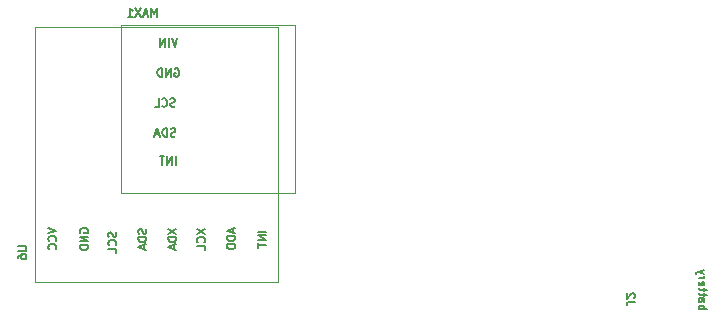
<source format=gbo>
%TF.GenerationSoftware,KiCad,Pcbnew,7.0.10*%
%TF.CreationDate,2024-08-15T14:25:41+05:30*%
%TF.ProjectId,Watch,57617463-682e-46b6-9963-61645f706362,rev?*%
%TF.SameCoordinates,Original*%
%TF.FileFunction,Legend,Bot*%
%TF.FilePolarity,Positive*%
%FSLAX46Y46*%
G04 Gerber Fmt 4.6, Leading zero omitted, Abs format (unit mm)*
G04 Created by KiCad (PCBNEW 7.0.10) date 2024-08-15 14:25:41*
%MOMM*%
%LPD*%
G01*
G04 APERTURE LIST*
%ADD10C,0.160000*%
%ADD11C,0.120000*%
G04 APERTURE END LIST*
D10*
X159704486Y-119251999D02*
X160404486Y-119251999D01*
X160137820Y-119251999D02*
X160171153Y-119185332D01*
X160171153Y-119185332D02*
X160171153Y-119051999D01*
X160171153Y-119051999D02*
X160137820Y-118985332D01*
X160137820Y-118985332D02*
X160104486Y-118951999D01*
X160104486Y-118951999D02*
X160037820Y-118918666D01*
X160037820Y-118918666D02*
X159837820Y-118918666D01*
X159837820Y-118918666D02*
X159771153Y-118951999D01*
X159771153Y-118951999D02*
X159737820Y-118985332D01*
X159737820Y-118985332D02*
X159704486Y-119051999D01*
X159704486Y-119051999D02*
X159704486Y-119185332D01*
X159704486Y-119185332D02*
X159737820Y-119251999D01*
X159704486Y-118318666D02*
X160071153Y-118318666D01*
X160071153Y-118318666D02*
X160137820Y-118351999D01*
X160137820Y-118351999D02*
X160171153Y-118418666D01*
X160171153Y-118418666D02*
X160171153Y-118551999D01*
X160171153Y-118551999D02*
X160137820Y-118618666D01*
X159737820Y-118318666D02*
X159704486Y-118385333D01*
X159704486Y-118385333D02*
X159704486Y-118551999D01*
X159704486Y-118551999D02*
X159737820Y-118618666D01*
X159737820Y-118618666D02*
X159804486Y-118651999D01*
X159804486Y-118651999D02*
X159871153Y-118651999D01*
X159871153Y-118651999D02*
X159937820Y-118618666D01*
X159937820Y-118618666D02*
X159971153Y-118551999D01*
X159971153Y-118551999D02*
X159971153Y-118385333D01*
X159971153Y-118385333D02*
X160004486Y-118318666D01*
X160171153Y-118085333D02*
X160171153Y-117818666D01*
X160404486Y-117985333D02*
X159804486Y-117985333D01*
X159804486Y-117985333D02*
X159737820Y-117952000D01*
X159737820Y-117952000D02*
X159704486Y-117885333D01*
X159704486Y-117885333D02*
X159704486Y-117818666D01*
X160171153Y-117685333D02*
X160171153Y-117418666D01*
X160404486Y-117585333D02*
X159804486Y-117585333D01*
X159804486Y-117585333D02*
X159737820Y-117552000D01*
X159737820Y-117552000D02*
X159704486Y-117485333D01*
X159704486Y-117485333D02*
X159704486Y-117418666D01*
X159737820Y-116918666D02*
X159704486Y-116985333D01*
X159704486Y-116985333D02*
X159704486Y-117118666D01*
X159704486Y-117118666D02*
X159737820Y-117185333D01*
X159737820Y-117185333D02*
X159804486Y-117218666D01*
X159804486Y-117218666D02*
X160071153Y-117218666D01*
X160071153Y-117218666D02*
X160137820Y-117185333D01*
X160137820Y-117185333D02*
X160171153Y-117118666D01*
X160171153Y-117118666D02*
X160171153Y-116985333D01*
X160171153Y-116985333D02*
X160137820Y-116918666D01*
X160137820Y-116918666D02*
X160071153Y-116885333D01*
X160071153Y-116885333D02*
X160004486Y-116885333D01*
X160004486Y-116885333D02*
X159937820Y-117218666D01*
X159704486Y-116585333D02*
X160171153Y-116585333D01*
X160037820Y-116585333D02*
X160104486Y-116552000D01*
X160104486Y-116552000D02*
X160137820Y-116518666D01*
X160137820Y-116518666D02*
X160171153Y-116452000D01*
X160171153Y-116452000D02*
X160171153Y-116385333D01*
X160171153Y-116218667D02*
X159704486Y-116052000D01*
X160171153Y-115885333D02*
X159704486Y-116052000D01*
X159704486Y-116052000D02*
X159537820Y-116118667D01*
X159537820Y-116118667D02*
X159504486Y-116152000D01*
X159504486Y-116152000D02*
X159471153Y-116218667D01*
X102104513Y-113893666D02*
X102671180Y-113893666D01*
X102671180Y-113893666D02*
X102737846Y-113927000D01*
X102737846Y-113927000D02*
X102771180Y-113960333D01*
X102771180Y-113960333D02*
X102804513Y-114027000D01*
X102804513Y-114027000D02*
X102804513Y-114160333D01*
X102804513Y-114160333D02*
X102771180Y-114227000D01*
X102771180Y-114227000D02*
X102737846Y-114260333D01*
X102737846Y-114260333D02*
X102671180Y-114293666D01*
X102671180Y-114293666D02*
X102104513Y-114293666D01*
X102104513Y-114926999D02*
X102104513Y-114793666D01*
X102104513Y-114793666D02*
X102137846Y-114726999D01*
X102137846Y-114726999D02*
X102171180Y-114693666D01*
X102171180Y-114693666D02*
X102271180Y-114626999D01*
X102271180Y-114626999D02*
X102404513Y-114593666D01*
X102404513Y-114593666D02*
X102671180Y-114593666D01*
X102671180Y-114593666D02*
X102737846Y-114626999D01*
X102737846Y-114626999D02*
X102771180Y-114660333D01*
X102771180Y-114660333D02*
X102804513Y-114726999D01*
X102804513Y-114726999D02*
X102804513Y-114860333D01*
X102804513Y-114860333D02*
X102771180Y-114926999D01*
X102771180Y-114926999D02*
X102737846Y-114960333D01*
X102737846Y-114960333D02*
X102671180Y-114993666D01*
X102671180Y-114993666D02*
X102504513Y-114993666D01*
X102504513Y-114993666D02*
X102437846Y-114960333D01*
X102437846Y-114960333D02*
X102404513Y-114926999D01*
X102404513Y-114926999D02*
X102371180Y-114860333D01*
X102371180Y-114860333D02*
X102371180Y-114726999D01*
X102371180Y-114726999D02*
X102404513Y-114660333D01*
X102404513Y-114660333D02*
X102437846Y-114626999D01*
X102437846Y-114626999D02*
X102504513Y-114593666D01*
X123124513Y-112650667D02*
X122424513Y-112650667D01*
X123124513Y-112984000D02*
X122424513Y-112984000D01*
X122424513Y-112984000D02*
X123124513Y-113384000D01*
X123124513Y-113384000D02*
X122424513Y-113384000D01*
X122424513Y-113617333D02*
X122424513Y-114017333D01*
X123124513Y-113817333D02*
X122424513Y-113817333D01*
X107344846Y-112750667D02*
X107311513Y-112684000D01*
X107311513Y-112684000D02*
X107311513Y-112584000D01*
X107311513Y-112584000D02*
X107344846Y-112484000D01*
X107344846Y-112484000D02*
X107411513Y-112417334D01*
X107411513Y-112417334D02*
X107478180Y-112384000D01*
X107478180Y-112384000D02*
X107611513Y-112350667D01*
X107611513Y-112350667D02*
X107711513Y-112350667D01*
X107711513Y-112350667D02*
X107844846Y-112384000D01*
X107844846Y-112384000D02*
X107911513Y-112417334D01*
X107911513Y-112417334D02*
X107978180Y-112484000D01*
X107978180Y-112484000D02*
X108011513Y-112584000D01*
X108011513Y-112584000D02*
X108011513Y-112650667D01*
X108011513Y-112650667D02*
X107978180Y-112750667D01*
X107978180Y-112750667D02*
X107944846Y-112784000D01*
X107944846Y-112784000D02*
X107711513Y-112784000D01*
X107711513Y-112784000D02*
X107711513Y-112650667D01*
X108011513Y-113084000D02*
X107311513Y-113084000D01*
X107311513Y-113084000D02*
X108011513Y-113484000D01*
X108011513Y-113484000D02*
X107311513Y-113484000D01*
X108011513Y-113817333D02*
X107311513Y-113817333D01*
X107311513Y-113817333D02*
X107311513Y-113984000D01*
X107311513Y-113984000D02*
X107344846Y-114084000D01*
X107344846Y-114084000D02*
X107411513Y-114150667D01*
X107411513Y-114150667D02*
X107478180Y-114184000D01*
X107478180Y-114184000D02*
X107611513Y-114217333D01*
X107611513Y-114217333D02*
X107711513Y-114217333D01*
X107711513Y-114217333D02*
X107844846Y-114184000D01*
X107844846Y-114184000D02*
X107911513Y-114150667D01*
X107911513Y-114150667D02*
X107978180Y-114084000D01*
X107978180Y-114084000D02*
X108011513Y-113984000D01*
X108011513Y-113984000D02*
X108011513Y-113817333D01*
X117217513Y-112417333D02*
X117917513Y-112883999D01*
X117217513Y-112883999D02*
X117917513Y-112417333D01*
X117850846Y-113550666D02*
X117884180Y-113517333D01*
X117884180Y-113517333D02*
X117917513Y-113417333D01*
X117917513Y-113417333D02*
X117917513Y-113350666D01*
X117917513Y-113350666D02*
X117884180Y-113250666D01*
X117884180Y-113250666D02*
X117817513Y-113184000D01*
X117817513Y-113184000D02*
X117750846Y-113150666D01*
X117750846Y-113150666D02*
X117617513Y-113117333D01*
X117617513Y-113117333D02*
X117517513Y-113117333D01*
X117517513Y-113117333D02*
X117384180Y-113150666D01*
X117384180Y-113150666D02*
X117317513Y-113184000D01*
X117317513Y-113184000D02*
X117250846Y-113250666D01*
X117250846Y-113250666D02*
X117217513Y-113350666D01*
X117217513Y-113350666D02*
X117217513Y-113417333D01*
X117217513Y-113417333D02*
X117250846Y-113517333D01*
X117250846Y-113517333D02*
X117284180Y-113550666D01*
X117917513Y-114184000D02*
X117917513Y-113850666D01*
X117917513Y-113850666D02*
X117217513Y-113850666D01*
X104644513Y-112350666D02*
X105344513Y-112584000D01*
X105344513Y-112584000D02*
X104644513Y-112817333D01*
X105277846Y-113450666D02*
X105311180Y-113417333D01*
X105311180Y-113417333D02*
X105344513Y-113317333D01*
X105344513Y-113317333D02*
X105344513Y-113250666D01*
X105344513Y-113250666D02*
X105311180Y-113150666D01*
X105311180Y-113150666D02*
X105244513Y-113084000D01*
X105244513Y-113084000D02*
X105177846Y-113050666D01*
X105177846Y-113050666D02*
X105044513Y-113017333D01*
X105044513Y-113017333D02*
X104944513Y-113017333D01*
X104944513Y-113017333D02*
X104811180Y-113050666D01*
X104811180Y-113050666D02*
X104744513Y-113084000D01*
X104744513Y-113084000D02*
X104677846Y-113150666D01*
X104677846Y-113150666D02*
X104644513Y-113250666D01*
X104644513Y-113250666D02*
X104644513Y-113317333D01*
X104644513Y-113317333D02*
X104677846Y-113417333D01*
X104677846Y-113417333D02*
X104711180Y-113450666D01*
X105277846Y-114150666D02*
X105311180Y-114117333D01*
X105311180Y-114117333D02*
X105344513Y-114017333D01*
X105344513Y-114017333D02*
X105344513Y-113950666D01*
X105344513Y-113950666D02*
X105311180Y-113850666D01*
X105311180Y-113850666D02*
X105244513Y-113784000D01*
X105244513Y-113784000D02*
X105177846Y-113750666D01*
X105177846Y-113750666D02*
X105044513Y-113717333D01*
X105044513Y-113717333D02*
X104944513Y-113717333D01*
X104944513Y-113717333D02*
X104811180Y-113750666D01*
X104811180Y-113750666D02*
X104744513Y-113784000D01*
X104744513Y-113784000D02*
X104677846Y-113850666D01*
X104677846Y-113850666D02*
X104644513Y-113950666D01*
X104644513Y-113950666D02*
X104644513Y-114017333D01*
X104644513Y-114017333D02*
X104677846Y-114117333D01*
X104677846Y-114117333D02*
X104711180Y-114150666D01*
X120257513Y-112417333D02*
X120257513Y-112750666D01*
X120457513Y-112350666D02*
X119757513Y-112584000D01*
X119757513Y-112584000D02*
X120457513Y-112817333D01*
X120457513Y-113050666D02*
X119757513Y-113050666D01*
X119757513Y-113050666D02*
X119757513Y-113217333D01*
X119757513Y-113217333D02*
X119790846Y-113317333D01*
X119790846Y-113317333D02*
X119857513Y-113384000D01*
X119857513Y-113384000D02*
X119924180Y-113417333D01*
X119924180Y-113417333D02*
X120057513Y-113450666D01*
X120057513Y-113450666D02*
X120157513Y-113450666D01*
X120157513Y-113450666D02*
X120290846Y-113417333D01*
X120290846Y-113417333D02*
X120357513Y-113384000D01*
X120357513Y-113384000D02*
X120424180Y-113317333D01*
X120424180Y-113317333D02*
X120457513Y-113217333D01*
X120457513Y-113217333D02*
X120457513Y-113050666D01*
X120457513Y-113750666D02*
X119757513Y-113750666D01*
X119757513Y-113750666D02*
X119757513Y-113917333D01*
X119757513Y-113917333D02*
X119790846Y-114017333D01*
X119790846Y-114017333D02*
X119857513Y-114084000D01*
X119857513Y-114084000D02*
X119924180Y-114117333D01*
X119924180Y-114117333D02*
X120057513Y-114150666D01*
X120057513Y-114150666D02*
X120157513Y-114150666D01*
X120157513Y-114150666D02*
X120290846Y-114117333D01*
X120290846Y-114117333D02*
X120357513Y-114084000D01*
X120357513Y-114084000D02*
X120424180Y-114017333D01*
X120424180Y-114017333D02*
X120457513Y-113917333D01*
X120457513Y-113917333D02*
X120457513Y-113750666D01*
X110391180Y-112704666D02*
X110424513Y-112804666D01*
X110424513Y-112804666D02*
X110424513Y-112971333D01*
X110424513Y-112971333D02*
X110391180Y-113037999D01*
X110391180Y-113037999D02*
X110357846Y-113071333D01*
X110357846Y-113071333D02*
X110291180Y-113104666D01*
X110291180Y-113104666D02*
X110224513Y-113104666D01*
X110224513Y-113104666D02*
X110157846Y-113071333D01*
X110157846Y-113071333D02*
X110124513Y-113037999D01*
X110124513Y-113037999D02*
X110091180Y-112971333D01*
X110091180Y-112971333D02*
X110057846Y-112837999D01*
X110057846Y-112837999D02*
X110024513Y-112771333D01*
X110024513Y-112771333D02*
X109991180Y-112737999D01*
X109991180Y-112737999D02*
X109924513Y-112704666D01*
X109924513Y-112704666D02*
X109857846Y-112704666D01*
X109857846Y-112704666D02*
X109791180Y-112737999D01*
X109791180Y-112737999D02*
X109757846Y-112771333D01*
X109757846Y-112771333D02*
X109724513Y-112837999D01*
X109724513Y-112837999D02*
X109724513Y-113004666D01*
X109724513Y-113004666D02*
X109757846Y-113104666D01*
X110357846Y-113804666D02*
X110391180Y-113771333D01*
X110391180Y-113771333D02*
X110424513Y-113671333D01*
X110424513Y-113671333D02*
X110424513Y-113604666D01*
X110424513Y-113604666D02*
X110391180Y-113504666D01*
X110391180Y-113504666D02*
X110324513Y-113438000D01*
X110324513Y-113438000D02*
X110257846Y-113404666D01*
X110257846Y-113404666D02*
X110124513Y-113371333D01*
X110124513Y-113371333D02*
X110024513Y-113371333D01*
X110024513Y-113371333D02*
X109891180Y-113404666D01*
X109891180Y-113404666D02*
X109824513Y-113438000D01*
X109824513Y-113438000D02*
X109757846Y-113504666D01*
X109757846Y-113504666D02*
X109724513Y-113604666D01*
X109724513Y-113604666D02*
X109724513Y-113671333D01*
X109724513Y-113671333D02*
X109757846Y-113771333D01*
X109757846Y-113771333D02*
X109791180Y-113804666D01*
X110424513Y-114438000D02*
X110424513Y-114104666D01*
X110424513Y-114104666D02*
X109724513Y-114104666D01*
X112931180Y-112434000D02*
X112964513Y-112534000D01*
X112964513Y-112534000D02*
X112964513Y-112700667D01*
X112964513Y-112700667D02*
X112931180Y-112767333D01*
X112931180Y-112767333D02*
X112897846Y-112800667D01*
X112897846Y-112800667D02*
X112831180Y-112834000D01*
X112831180Y-112834000D02*
X112764513Y-112834000D01*
X112764513Y-112834000D02*
X112697846Y-112800667D01*
X112697846Y-112800667D02*
X112664513Y-112767333D01*
X112664513Y-112767333D02*
X112631180Y-112700667D01*
X112631180Y-112700667D02*
X112597846Y-112567333D01*
X112597846Y-112567333D02*
X112564513Y-112500667D01*
X112564513Y-112500667D02*
X112531180Y-112467333D01*
X112531180Y-112467333D02*
X112464513Y-112434000D01*
X112464513Y-112434000D02*
X112397846Y-112434000D01*
X112397846Y-112434000D02*
X112331180Y-112467333D01*
X112331180Y-112467333D02*
X112297846Y-112500667D01*
X112297846Y-112500667D02*
X112264513Y-112567333D01*
X112264513Y-112567333D02*
X112264513Y-112734000D01*
X112264513Y-112734000D02*
X112297846Y-112834000D01*
X112964513Y-113134000D02*
X112264513Y-113134000D01*
X112264513Y-113134000D02*
X112264513Y-113300667D01*
X112264513Y-113300667D02*
X112297846Y-113400667D01*
X112297846Y-113400667D02*
X112364513Y-113467334D01*
X112364513Y-113467334D02*
X112431180Y-113500667D01*
X112431180Y-113500667D02*
X112564513Y-113534000D01*
X112564513Y-113534000D02*
X112664513Y-113534000D01*
X112664513Y-113534000D02*
X112797846Y-113500667D01*
X112797846Y-113500667D02*
X112864513Y-113467334D01*
X112864513Y-113467334D02*
X112931180Y-113400667D01*
X112931180Y-113400667D02*
X112964513Y-113300667D01*
X112964513Y-113300667D02*
X112964513Y-113134000D01*
X112764513Y-113800667D02*
X112764513Y-114134000D01*
X112964513Y-113734000D02*
X112264513Y-113967334D01*
X112264513Y-113967334D02*
X112964513Y-114200667D01*
X114804513Y-112400667D02*
X115504513Y-112867333D01*
X114804513Y-112867333D02*
X115504513Y-112400667D01*
X115504513Y-113134000D02*
X114804513Y-113134000D01*
X114804513Y-113134000D02*
X114804513Y-113300667D01*
X114804513Y-113300667D02*
X114837846Y-113400667D01*
X114837846Y-113400667D02*
X114904513Y-113467334D01*
X114904513Y-113467334D02*
X114971180Y-113500667D01*
X114971180Y-113500667D02*
X115104513Y-113534000D01*
X115104513Y-113534000D02*
X115204513Y-113534000D01*
X115204513Y-113534000D02*
X115337846Y-113500667D01*
X115337846Y-113500667D02*
X115404513Y-113467334D01*
X115404513Y-113467334D02*
X115471180Y-113400667D01*
X115471180Y-113400667D02*
X115504513Y-113300667D01*
X115504513Y-113300667D02*
X115504513Y-113134000D01*
X115304513Y-113800667D02*
X115304513Y-114134000D01*
X115504513Y-113734000D02*
X114804513Y-113967334D01*
X114804513Y-113967334D02*
X115504513Y-114200667D01*
X113817000Y-94454513D02*
X113817000Y-93754513D01*
X113817000Y-93754513D02*
X113583667Y-94254513D01*
X113583667Y-94254513D02*
X113350333Y-93754513D01*
X113350333Y-93754513D02*
X113350333Y-94454513D01*
X113050333Y-94254513D02*
X112717000Y-94254513D01*
X113117000Y-94454513D02*
X112883667Y-93754513D01*
X112883667Y-93754513D02*
X112650333Y-94454513D01*
X112483667Y-93754513D02*
X112017000Y-94454513D01*
X112017000Y-93754513D02*
X112483667Y-94454513D01*
X111383666Y-94454513D02*
X111783666Y-94454513D01*
X111583666Y-94454513D02*
X111583666Y-93754513D01*
X111583666Y-93754513D02*
X111650333Y-93854513D01*
X111650333Y-93854513D02*
X111717000Y-93921180D01*
X111717000Y-93921180D02*
X111783666Y-93954513D01*
X115387333Y-102041180D02*
X115287333Y-102074513D01*
X115287333Y-102074513D02*
X115120667Y-102074513D01*
X115120667Y-102074513D02*
X115054000Y-102041180D01*
X115054000Y-102041180D02*
X115020667Y-102007846D01*
X115020667Y-102007846D02*
X114987333Y-101941180D01*
X114987333Y-101941180D02*
X114987333Y-101874513D01*
X114987333Y-101874513D02*
X115020667Y-101807846D01*
X115020667Y-101807846D02*
X115054000Y-101774513D01*
X115054000Y-101774513D02*
X115120667Y-101741180D01*
X115120667Y-101741180D02*
X115254000Y-101707846D01*
X115254000Y-101707846D02*
X115320667Y-101674513D01*
X115320667Y-101674513D02*
X115354000Y-101641180D01*
X115354000Y-101641180D02*
X115387333Y-101574513D01*
X115387333Y-101574513D02*
X115387333Y-101507846D01*
X115387333Y-101507846D02*
X115354000Y-101441180D01*
X115354000Y-101441180D02*
X115320667Y-101407846D01*
X115320667Y-101407846D02*
X115254000Y-101374513D01*
X115254000Y-101374513D02*
X115087333Y-101374513D01*
X115087333Y-101374513D02*
X114987333Y-101407846D01*
X114287333Y-102007846D02*
X114320666Y-102041180D01*
X114320666Y-102041180D02*
X114420666Y-102074513D01*
X114420666Y-102074513D02*
X114487333Y-102074513D01*
X114487333Y-102074513D02*
X114587333Y-102041180D01*
X114587333Y-102041180D02*
X114654000Y-101974513D01*
X114654000Y-101974513D02*
X114687333Y-101907846D01*
X114687333Y-101907846D02*
X114720666Y-101774513D01*
X114720666Y-101774513D02*
X114720666Y-101674513D01*
X114720666Y-101674513D02*
X114687333Y-101541180D01*
X114687333Y-101541180D02*
X114654000Y-101474513D01*
X114654000Y-101474513D02*
X114587333Y-101407846D01*
X114587333Y-101407846D02*
X114487333Y-101374513D01*
X114487333Y-101374513D02*
X114420666Y-101374513D01*
X114420666Y-101374513D02*
X114320666Y-101407846D01*
X114320666Y-101407846D02*
X114287333Y-101441180D01*
X113654000Y-102074513D02*
X113987333Y-102074513D01*
X113987333Y-102074513D02*
X113987333Y-101374513D01*
X115403999Y-104581180D02*
X115303999Y-104614513D01*
X115303999Y-104614513D02*
X115137333Y-104614513D01*
X115137333Y-104614513D02*
X115070666Y-104581180D01*
X115070666Y-104581180D02*
X115037333Y-104547846D01*
X115037333Y-104547846D02*
X115003999Y-104481180D01*
X115003999Y-104481180D02*
X115003999Y-104414513D01*
X115003999Y-104414513D02*
X115037333Y-104347846D01*
X115037333Y-104347846D02*
X115070666Y-104314513D01*
X115070666Y-104314513D02*
X115137333Y-104281180D01*
X115137333Y-104281180D02*
X115270666Y-104247846D01*
X115270666Y-104247846D02*
X115337333Y-104214513D01*
X115337333Y-104214513D02*
X115370666Y-104181180D01*
X115370666Y-104181180D02*
X115403999Y-104114513D01*
X115403999Y-104114513D02*
X115403999Y-104047846D01*
X115403999Y-104047846D02*
X115370666Y-103981180D01*
X115370666Y-103981180D02*
X115337333Y-103947846D01*
X115337333Y-103947846D02*
X115270666Y-103914513D01*
X115270666Y-103914513D02*
X115103999Y-103914513D01*
X115103999Y-103914513D02*
X115003999Y-103947846D01*
X114703999Y-104614513D02*
X114703999Y-103914513D01*
X114703999Y-103914513D02*
X114537332Y-103914513D01*
X114537332Y-103914513D02*
X114437332Y-103947846D01*
X114437332Y-103947846D02*
X114370666Y-104014513D01*
X114370666Y-104014513D02*
X114337332Y-104081180D01*
X114337332Y-104081180D02*
X114303999Y-104214513D01*
X114303999Y-104214513D02*
X114303999Y-104314513D01*
X114303999Y-104314513D02*
X114337332Y-104447846D01*
X114337332Y-104447846D02*
X114370666Y-104514513D01*
X114370666Y-104514513D02*
X114437332Y-104581180D01*
X114437332Y-104581180D02*
X114537332Y-104614513D01*
X114537332Y-104614513D02*
X114703999Y-104614513D01*
X114037332Y-104414513D02*
X113703999Y-104414513D01*
X114103999Y-104614513D02*
X113870666Y-103914513D01*
X113870666Y-103914513D02*
X113637332Y-104614513D01*
X115574666Y-96294513D02*
X115341333Y-96994513D01*
X115341333Y-96994513D02*
X115107999Y-96294513D01*
X114874666Y-96994513D02*
X114874666Y-96294513D01*
X114541333Y-96994513D02*
X114541333Y-96294513D01*
X114541333Y-96294513D02*
X114141333Y-96994513D01*
X114141333Y-96994513D02*
X114141333Y-96294513D01*
X115341332Y-98867846D02*
X115407999Y-98834513D01*
X115407999Y-98834513D02*
X115507999Y-98834513D01*
X115507999Y-98834513D02*
X115607999Y-98867846D01*
X115607999Y-98867846D02*
X115674666Y-98934513D01*
X115674666Y-98934513D02*
X115707999Y-99001180D01*
X115707999Y-99001180D02*
X115741332Y-99134513D01*
X115741332Y-99134513D02*
X115741332Y-99234513D01*
X115741332Y-99234513D02*
X115707999Y-99367846D01*
X115707999Y-99367846D02*
X115674666Y-99434513D01*
X115674666Y-99434513D02*
X115607999Y-99501180D01*
X115607999Y-99501180D02*
X115507999Y-99534513D01*
X115507999Y-99534513D02*
X115441332Y-99534513D01*
X115441332Y-99534513D02*
X115341332Y-99501180D01*
X115341332Y-99501180D02*
X115307999Y-99467846D01*
X115307999Y-99467846D02*
X115307999Y-99234513D01*
X115307999Y-99234513D02*
X115441332Y-99234513D01*
X115007999Y-99534513D02*
X115007999Y-98834513D01*
X115007999Y-98834513D02*
X114607999Y-99534513D01*
X114607999Y-99534513D02*
X114607999Y-98834513D01*
X114274666Y-99534513D02*
X114274666Y-98834513D01*
X114274666Y-98834513D02*
X114107999Y-98834513D01*
X114107999Y-98834513D02*
X114007999Y-98867846D01*
X114007999Y-98867846D02*
X113941333Y-98934513D01*
X113941333Y-98934513D02*
X113907999Y-99001180D01*
X113907999Y-99001180D02*
X113874666Y-99134513D01*
X113874666Y-99134513D02*
X113874666Y-99234513D01*
X113874666Y-99234513D02*
X113907999Y-99367846D01*
X113907999Y-99367846D02*
X113941333Y-99434513D01*
X113941333Y-99434513D02*
X114007999Y-99501180D01*
X114007999Y-99501180D02*
X114107999Y-99534513D01*
X114107999Y-99534513D02*
X114274666Y-99534513D01*
X115441332Y-106995513D02*
X115441332Y-106295513D01*
X115107999Y-106995513D02*
X115107999Y-106295513D01*
X115107999Y-106295513D02*
X114707999Y-106995513D01*
X114707999Y-106995513D02*
X114707999Y-106295513D01*
X114474666Y-106295513D02*
X114074666Y-106295513D01*
X114274666Y-106995513D02*
X114274666Y-106295513D01*
X154308486Y-118597333D02*
X153808486Y-118597333D01*
X153808486Y-118597333D02*
X153708486Y-118630666D01*
X153708486Y-118630666D02*
X153641820Y-118697333D01*
X153641820Y-118697333D02*
X153608486Y-118797333D01*
X153608486Y-118797333D02*
X153608486Y-118864000D01*
X154241820Y-118297333D02*
X154275153Y-118264000D01*
X154275153Y-118264000D02*
X154308486Y-118197333D01*
X154308486Y-118197333D02*
X154308486Y-118030667D01*
X154308486Y-118030667D02*
X154275153Y-117964000D01*
X154275153Y-117964000D02*
X154241820Y-117930667D01*
X154241820Y-117930667D02*
X154175153Y-117897333D01*
X154175153Y-117897333D02*
X154108486Y-117897333D01*
X154108486Y-117897333D02*
X154008486Y-117930667D01*
X154008486Y-117930667D02*
X153608486Y-118330667D01*
X153608486Y-118330667D02*
X153608486Y-117897333D01*
D11*
%TO.C,U6*%
X103505000Y-116967000D02*
X103505000Y-95377000D01*
X124079000Y-116967000D02*
X103505000Y-116967000D01*
X103505000Y-95377000D02*
X124079000Y-95377000D01*
X124079000Y-95377000D02*
X124079000Y-116967000D01*
%TO.C,MAX1*%
X110839000Y-95155000D02*
X125571000Y-95155000D01*
X110839000Y-109379000D02*
X110839000Y-95155000D01*
X125571000Y-95155000D02*
X125571000Y-109379000D01*
X125571000Y-109379000D02*
X110839000Y-109379000D01*
%TD*%
M02*

</source>
